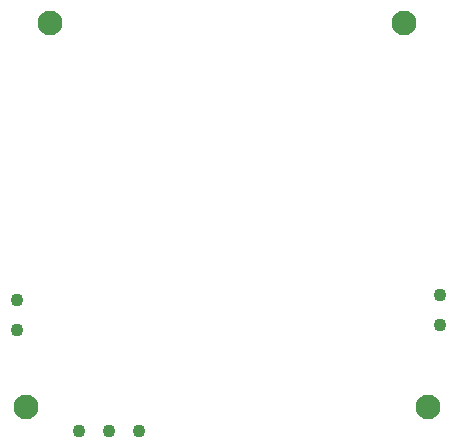
<source format=gbr>
%TF.GenerationSoftware,KiCad,Pcbnew,9.0.4*%
%TF.CreationDate,2025-09-01T01:35:35+05:30*%
%TF.ProjectId,L298,4c323938-2e6b-4696-9361-645f70636258,rev?*%
%TF.SameCoordinates,Original*%
%TF.FileFunction,NonPlated,1,2,NPTH,Drill*%
%TF.FilePolarity,Positive*%
%FSLAX46Y46*%
G04 Gerber Fmt 4.6, Leading zero omitted, Abs format (unit mm)*
G04 Created by KiCad (PCBNEW 9.0.4) date 2025-09-01 01:35:35*
%MOMM*%
%LPD*%
G01*
G04 APERTURE LIST*
%TA.AperFunction,ComponentDrill*%
%ADD10C,1.100000*%
%TD*%
%TA.AperFunction,ComponentDrill*%
%ADD11C,2.100000*%
%TD*%
G04 APERTURE END LIST*
D10*
%TO.C,J1*%
X152267500Y-76460000D03*
X152267500Y-79000000D03*
%TO.C,J3*%
X157500000Y-87540000D03*
X160040000Y-87540000D03*
X162580000Y-87540000D03*
%TO.C,J2*%
X188040000Y-76000000D03*
X188040000Y-78540000D03*
D11*
%TO.C,REF\u002A\u002A*%
X153000000Y-85500000D03*
X155000000Y-53000000D03*
X185000000Y-53000000D03*
X187000000Y-85500000D03*
M02*

</source>
